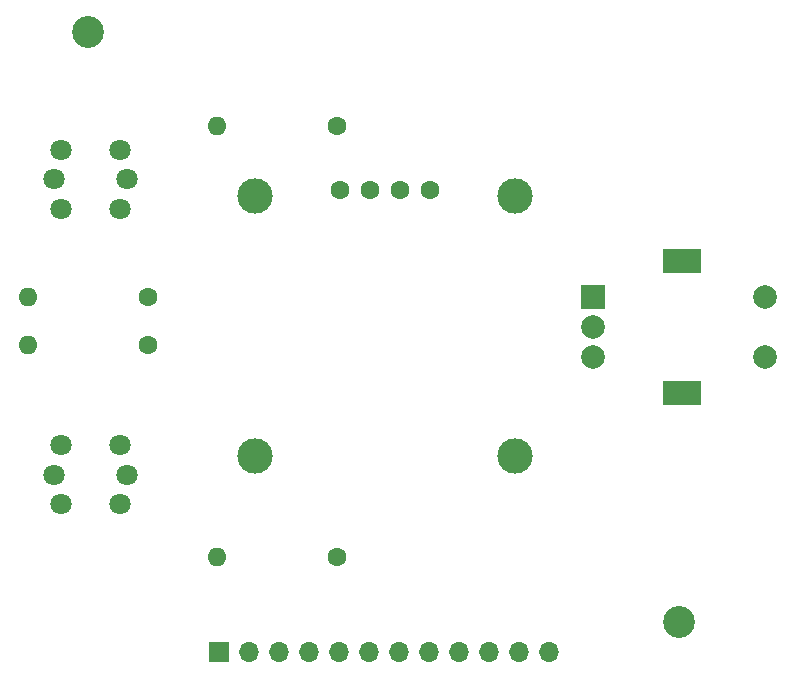
<source format=gts>
G04 #@! TF.GenerationSoftware,KiCad,Pcbnew,(7.0.0)*
G04 #@! TF.CreationDate,2023-02-26T23:15:00-06:00*
G04 #@! TF.ProjectId,KosmoClockUI,4b6f736d-6f43-46c6-9f63-6b55492e6b69,rev?*
G04 #@! TF.SameCoordinates,Original*
G04 #@! TF.FileFunction,Soldermask,Top*
G04 #@! TF.FilePolarity,Negative*
%FSLAX46Y46*%
G04 Gerber Fmt 4.6, Leading zero omitted, Abs format (unit mm)*
G04 Created by KiCad (PCBNEW (7.0.0)) date 2023-02-26 23:15:00*
%MOMM*%
%LPD*%
G01*
G04 APERTURE LIST*
%ADD10C,2.700000*%
%ADD11C,3.000000*%
%ADD12C,1.600000*%
%ADD13C,1.800000*%
%ADD14R,2.000000X2.000000*%
%ADD15C,2.000000*%
%ADD16R,3.200000X2.000000*%
%ADD17O,1.600000X1.600000*%
%ADD18R,1.700000X1.700000*%
%ADD19O,1.700000X1.700000*%
G04 APERTURE END LIST*
D10*
X212500000Y-25000000D03*
D11*
X226595000Y-38905000D03*
X226595000Y-60905000D03*
X248595000Y-38905000D03*
X248595000Y-60905000D03*
D12*
X233785000Y-38405000D03*
X236325000Y-38405000D03*
X238865000Y-38405000D03*
X241405000Y-38405000D03*
D13*
X210200000Y-35000000D03*
X215200000Y-35000000D03*
X210200000Y-40000000D03*
X215200000Y-40000000D03*
X209600000Y-37500000D03*
X215800000Y-37500000D03*
D14*
X255249999Y-47499999D03*
D15*
X255250000Y-52500000D03*
X255250000Y-50000000D03*
D16*
X262749999Y-44399999D03*
X262749999Y-55599999D03*
D15*
X269750000Y-52500000D03*
X269750000Y-47500000D03*
D10*
X262500000Y-75000000D03*
D13*
X210200000Y-60000000D03*
X215200000Y-60000000D03*
X210200000Y-65000000D03*
X215200000Y-65000000D03*
X209600000Y-62500000D03*
X215800000Y-62500000D03*
D12*
X233580000Y-69500000D03*
D17*
X223419999Y-69499999D03*
D12*
X217580000Y-51500000D03*
D17*
X207419999Y-51499999D03*
D12*
X217580000Y-47500000D03*
D17*
X207419999Y-47499999D03*
D18*
X223524999Y-77499999D03*
D19*
X226064999Y-77499999D03*
X228604999Y-77499999D03*
X231144999Y-77499999D03*
X233684999Y-77499999D03*
X236224999Y-77499999D03*
X238764999Y-77499999D03*
X241304999Y-77499999D03*
X243844999Y-77499999D03*
X246384999Y-77499999D03*
X248924999Y-77499999D03*
X251464999Y-77499999D03*
D12*
X233580000Y-33000000D03*
D17*
X223419999Y-32999999D03*
M02*

</source>
